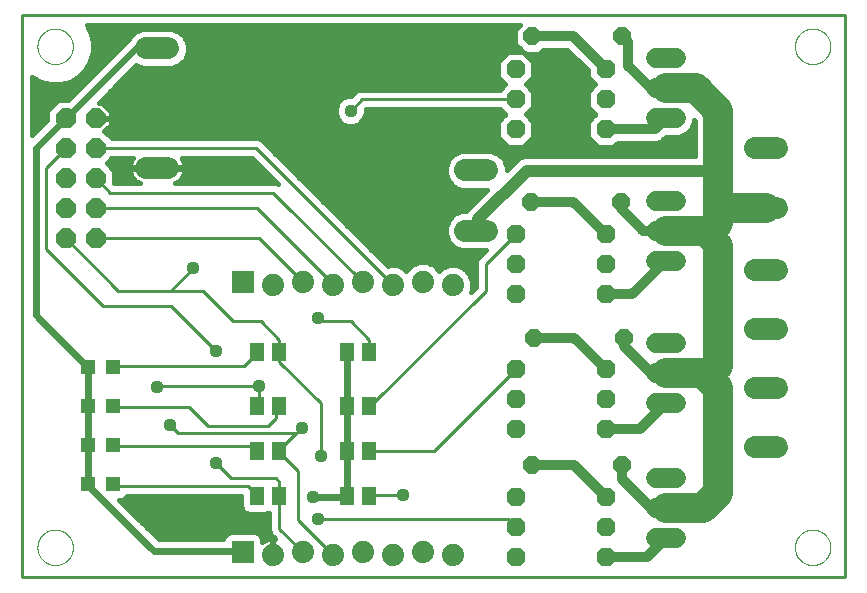
<source format=gtl>
G75*
%MOIN*%
%OFA0B0*%
%FSLAX25Y25*%
%IPPOS*%
%LPD*%
%AMOC8*
5,1,8,0,0,1.08239X$1,22.5*
%
%ADD10C,0.01000*%
%ADD11C,0.07300*%
%ADD12C,0.07400*%
%ADD13C,0.00000*%
%ADD14R,0.07400X0.07400*%
%ADD15C,0.07400*%
%ADD16OC8,0.05800*%
%ADD17R,0.05118X0.05906*%
%ADD18R,0.04724X0.04724*%
%ADD19C,0.06600*%
%ADD20OC8,0.06600*%
%ADD21OC8,0.06300*%
%ADD22C,0.10000*%
%ADD23C,0.08600*%
%ADD24C,0.02400*%
%ADD25C,0.03200*%
%ADD26C,0.04000*%
%ADD27C,0.01600*%
%ADD28C,0.04400*%
D10*
X0039800Y0028800D02*
X0039800Y0216261D01*
X0314001Y0216261D01*
X0314001Y0028800D01*
X0039800Y0028800D01*
X0061800Y0059300D02*
X0061666Y0059800D01*
X0061800Y0059925D01*
X0069934Y0059800D02*
X0070550Y0059300D01*
X0114925Y0059300D01*
X0118050Y0056175D01*
X0118060Y0055800D01*
X0125540Y0055800D02*
X0125550Y0056175D01*
X0125550Y0060550D01*
X0124300Y0061800D01*
X0109300Y0061800D01*
X0104300Y0066800D01*
X0116800Y0072425D02*
X0118050Y0071175D01*
X0118060Y0070800D01*
X0116800Y0072425D02*
X0070550Y0072425D01*
X0069934Y0072800D01*
X0061800Y0073050D02*
X0061666Y0072800D01*
X0061800Y0072425D01*
X0061800Y0085550D02*
X0061666Y0085800D01*
X0061800Y0086175D01*
X0069934Y0085800D02*
X0070550Y0085550D01*
X0095550Y0085550D01*
X0101800Y0079300D01*
X0121800Y0079300D01*
X0124300Y0081800D01*
X0124300Y0084560D01*
X0125540Y0085800D01*
X0125550Y0085550D01*
X0118675Y0086175D02*
X0118060Y0085800D01*
X0118675Y0086175D02*
X0118675Y0092425D01*
X0084625Y0092425D01*
X0084600Y0092400D01*
X0070550Y0099300D02*
X0069934Y0098800D01*
X0070550Y0099300D02*
X0113675Y0099300D01*
X0118050Y0103675D01*
X0118060Y0103800D01*
X0125540Y0103800D02*
X0125540Y0100560D01*
X0139300Y0086800D01*
X0139300Y0069300D01*
X0148050Y0070550D02*
X0148060Y0070800D01*
X0148050Y0071175D01*
X0155540Y0070800D02*
X0176981Y0070800D01*
X0204300Y0098119D01*
X0194300Y0124300D02*
X0194300Y0133119D01*
X0204300Y0143119D01*
X0191879Y0144379D02*
X0191175Y0144925D01*
X0191131Y0144379D01*
X0163050Y0126800D02*
X0163300Y0126300D01*
X0117800Y0171800D01*
X0064300Y0171800D01*
X0054300Y0171800D02*
X0047900Y0165400D01*
X0047900Y0138200D01*
X0066800Y0119300D01*
X0089300Y0119300D01*
X0104300Y0104300D01*
X0110040Y0114300D02*
X0100040Y0124300D01*
X0089300Y0124300D01*
X0071800Y0124300D01*
X0054300Y0141800D01*
X0064300Y0141800D02*
X0118675Y0141800D01*
X0133050Y0127425D01*
X0133300Y0127300D01*
X0143050Y0126800D02*
X0143300Y0126300D01*
X0143050Y0126800D02*
X0118050Y0151800D01*
X0064300Y0151800D01*
X0069200Y0156900D02*
X0064300Y0161800D01*
X0069200Y0156900D02*
X0123500Y0156900D01*
X0126100Y0154300D01*
X0126175Y0154300D01*
X0153050Y0127425D01*
X0153300Y0127300D01*
X0149300Y0114300D02*
X0139425Y0114300D01*
X0138500Y0115225D01*
X0149300Y0114300D02*
X0155550Y0108050D01*
X0155550Y0104300D01*
X0155540Y0103800D01*
X0148060Y0103800D02*
X0148050Y0103675D01*
X0125540Y0103800D02*
X0125540Y0108060D01*
X0119300Y0114300D01*
X0110040Y0114300D01*
X0096800Y0131800D02*
X0089300Y0124300D01*
X0061800Y0098675D02*
X0061666Y0098800D01*
X0061175Y0099300D01*
X0044300Y0116175D02*
X0044300Y0116200D01*
X0088925Y0079600D02*
X0089000Y0079600D01*
X0091800Y0076800D01*
X0131175Y0076800D01*
X0133050Y0078675D01*
X0131175Y0076800D02*
X0125550Y0071175D01*
X0125540Y0070800D01*
X0125550Y0070550D01*
X0131800Y0064300D01*
X0131800Y0047800D01*
X0143300Y0036300D01*
X0143050Y0036800D01*
X0133300Y0037300D02*
X0133050Y0037425D01*
X0125550Y0044925D01*
X0125550Y0055550D01*
X0125540Y0055800D01*
X0138275Y0048275D02*
X0201644Y0048275D01*
X0204300Y0045619D01*
X0166800Y0056175D02*
X0155550Y0056175D01*
X0155540Y0055800D01*
X0148060Y0055800D02*
X0148050Y0055550D01*
X0148060Y0055800D02*
X0148050Y0056175D01*
X0124300Y0039300D02*
X0124300Y0037300D01*
X0123300Y0036300D01*
X0124300Y0039300D02*
X0116800Y0046800D01*
X0103300Y0046800D01*
X0096800Y0053300D01*
X0113050Y0037425D02*
X0113300Y0037300D01*
X0148050Y0085550D02*
X0148060Y0085800D01*
X0148050Y0086175D01*
X0155540Y0085800D02*
X0155800Y0085800D01*
X0194300Y0124300D01*
X0149300Y0184300D02*
X0152981Y0188119D01*
X0204300Y0188119D01*
X0084831Y0205087D02*
X0084300Y0204925D01*
D11*
X0284150Y0171800D02*
X0291450Y0171800D01*
X0291450Y0151800D02*
X0284150Y0151800D01*
X0284050Y0131328D02*
X0291350Y0131328D01*
X0291350Y0111643D02*
X0284050Y0111643D01*
X0284050Y0091957D02*
X0291350Y0091957D01*
X0291350Y0072272D02*
X0284050Y0072272D01*
D12*
X0194831Y0144379D02*
X0187431Y0144379D01*
X0187431Y0164457D02*
X0194831Y0164457D01*
X0088531Y0165245D02*
X0081131Y0165245D01*
X0081131Y0205087D02*
X0088531Y0205087D01*
D13*
X0044894Y0205800D02*
X0044896Y0205953D01*
X0044902Y0206107D01*
X0044912Y0206260D01*
X0044926Y0206412D01*
X0044944Y0206565D01*
X0044966Y0206716D01*
X0044991Y0206867D01*
X0045021Y0207018D01*
X0045055Y0207168D01*
X0045092Y0207316D01*
X0045133Y0207464D01*
X0045178Y0207610D01*
X0045227Y0207756D01*
X0045280Y0207900D01*
X0045336Y0208042D01*
X0045396Y0208183D01*
X0045460Y0208323D01*
X0045527Y0208461D01*
X0045598Y0208597D01*
X0045673Y0208731D01*
X0045750Y0208863D01*
X0045832Y0208993D01*
X0045916Y0209121D01*
X0046004Y0209247D01*
X0046095Y0209370D01*
X0046189Y0209491D01*
X0046287Y0209609D01*
X0046387Y0209725D01*
X0046491Y0209838D01*
X0046597Y0209949D01*
X0046706Y0210057D01*
X0046818Y0210162D01*
X0046932Y0210263D01*
X0047050Y0210362D01*
X0047169Y0210458D01*
X0047291Y0210551D01*
X0047416Y0210640D01*
X0047543Y0210727D01*
X0047672Y0210809D01*
X0047803Y0210889D01*
X0047936Y0210965D01*
X0048071Y0211038D01*
X0048208Y0211107D01*
X0048347Y0211172D01*
X0048487Y0211234D01*
X0048629Y0211292D01*
X0048772Y0211347D01*
X0048917Y0211398D01*
X0049063Y0211445D01*
X0049210Y0211488D01*
X0049358Y0211527D01*
X0049507Y0211563D01*
X0049657Y0211594D01*
X0049808Y0211622D01*
X0049959Y0211646D01*
X0050112Y0211666D01*
X0050264Y0211682D01*
X0050417Y0211694D01*
X0050570Y0211702D01*
X0050723Y0211706D01*
X0050877Y0211706D01*
X0051030Y0211702D01*
X0051183Y0211694D01*
X0051336Y0211682D01*
X0051488Y0211666D01*
X0051641Y0211646D01*
X0051792Y0211622D01*
X0051943Y0211594D01*
X0052093Y0211563D01*
X0052242Y0211527D01*
X0052390Y0211488D01*
X0052537Y0211445D01*
X0052683Y0211398D01*
X0052828Y0211347D01*
X0052971Y0211292D01*
X0053113Y0211234D01*
X0053253Y0211172D01*
X0053392Y0211107D01*
X0053529Y0211038D01*
X0053664Y0210965D01*
X0053797Y0210889D01*
X0053928Y0210809D01*
X0054057Y0210727D01*
X0054184Y0210640D01*
X0054309Y0210551D01*
X0054431Y0210458D01*
X0054550Y0210362D01*
X0054668Y0210263D01*
X0054782Y0210162D01*
X0054894Y0210057D01*
X0055003Y0209949D01*
X0055109Y0209838D01*
X0055213Y0209725D01*
X0055313Y0209609D01*
X0055411Y0209491D01*
X0055505Y0209370D01*
X0055596Y0209247D01*
X0055684Y0209121D01*
X0055768Y0208993D01*
X0055850Y0208863D01*
X0055927Y0208731D01*
X0056002Y0208597D01*
X0056073Y0208461D01*
X0056140Y0208323D01*
X0056204Y0208183D01*
X0056264Y0208042D01*
X0056320Y0207900D01*
X0056373Y0207756D01*
X0056422Y0207610D01*
X0056467Y0207464D01*
X0056508Y0207316D01*
X0056545Y0207168D01*
X0056579Y0207018D01*
X0056609Y0206867D01*
X0056634Y0206716D01*
X0056656Y0206565D01*
X0056674Y0206412D01*
X0056688Y0206260D01*
X0056698Y0206107D01*
X0056704Y0205953D01*
X0056706Y0205800D01*
X0056704Y0205647D01*
X0056698Y0205493D01*
X0056688Y0205340D01*
X0056674Y0205188D01*
X0056656Y0205035D01*
X0056634Y0204884D01*
X0056609Y0204733D01*
X0056579Y0204582D01*
X0056545Y0204432D01*
X0056508Y0204284D01*
X0056467Y0204136D01*
X0056422Y0203990D01*
X0056373Y0203844D01*
X0056320Y0203700D01*
X0056264Y0203558D01*
X0056204Y0203417D01*
X0056140Y0203277D01*
X0056073Y0203139D01*
X0056002Y0203003D01*
X0055927Y0202869D01*
X0055850Y0202737D01*
X0055768Y0202607D01*
X0055684Y0202479D01*
X0055596Y0202353D01*
X0055505Y0202230D01*
X0055411Y0202109D01*
X0055313Y0201991D01*
X0055213Y0201875D01*
X0055109Y0201762D01*
X0055003Y0201651D01*
X0054894Y0201543D01*
X0054782Y0201438D01*
X0054668Y0201337D01*
X0054550Y0201238D01*
X0054431Y0201142D01*
X0054309Y0201049D01*
X0054184Y0200960D01*
X0054057Y0200873D01*
X0053928Y0200791D01*
X0053797Y0200711D01*
X0053664Y0200635D01*
X0053529Y0200562D01*
X0053392Y0200493D01*
X0053253Y0200428D01*
X0053113Y0200366D01*
X0052971Y0200308D01*
X0052828Y0200253D01*
X0052683Y0200202D01*
X0052537Y0200155D01*
X0052390Y0200112D01*
X0052242Y0200073D01*
X0052093Y0200037D01*
X0051943Y0200006D01*
X0051792Y0199978D01*
X0051641Y0199954D01*
X0051488Y0199934D01*
X0051336Y0199918D01*
X0051183Y0199906D01*
X0051030Y0199898D01*
X0050877Y0199894D01*
X0050723Y0199894D01*
X0050570Y0199898D01*
X0050417Y0199906D01*
X0050264Y0199918D01*
X0050112Y0199934D01*
X0049959Y0199954D01*
X0049808Y0199978D01*
X0049657Y0200006D01*
X0049507Y0200037D01*
X0049358Y0200073D01*
X0049210Y0200112D01*
X0049063Y0200155D01*
X0048917Y0200202D01*
X0048772Y0200253D01*
X0048629Y0200308D01*
X0048487Y0200366D01*
X0048347Y0200428D01*
X0048208Y0200493D01*
X0048071Y0200562D01*
X0047936Y0200635D01*
X0047803Y0200711D01*
X0047672Y0200791D01*
X0047543Y0200873D01*
X0047416Y0200960D01*
X0047291Y0201049D01*
X0047169Y0201142D01*
X0047050Y0201238D01*
X0046932Y0201337D01*
X0046818Y0201438D01*
X0046706Y0201543D01*
X0046597Y0201651D01*
X0046491Y0201762D01*
X0046387Y0201875D01*
X0046287Y0201991D01*
X0046189Y0202109D01*
X0046095Y0202230D01*
X0046004Y0202353D01*
X0045916Y0202479D01*
X0045832Y0202607D01*
X0045750Y0202737D01*
X0045673Y0202869D01*
X0045598Y0203003D01*
X0045527Y0203139D01*
X0045460Y0203277D01*
X0045396Y0203417D01*
X0045336Y0203558D01*
X0045280Y0203700D01*
X0045227Y0203844D01*
X0045178Y0203990D01*
X0045133Y0204136D01*
X0045092Y0204284D01*
X0045055Y0204432D01*
X0045021Y0204582D01*
X0044991Y0204733D01*
X0044966Y0204884D01*
X0044944Y0205035D01*
X0044926Y0205188D01*
X0044912Y0205340D01*
X0044902Y0205493D01*
X0044896Y0205647D01*
X0044894Y0205800D01*
X0297394Y0205800D02*
X0297396Y0205953D01*
X0297402Y0206107D01*
X0297412Y0206260D01*
X0297426Y0206412D01*
X0297444Y0206565D01*
X0297466Y0206716D01*
X0297491Y0206867D01*
X0297521Y0207018D01*
X0297555Y0207168D01*
X0297592Y0207316D01*
X0297633Y0207464D01*
X0297678Y0207610D01*
X0297727Y0207756D01*
X0297780Y0207900D01*
X0297836Y0208042D01*
X0297896Y0208183D01*
X0297960Y0208323D01*
X0298027Y0208461D01*
X0298098Y0208597D01*
X0298173Y0208731D01*
X0298250Y0208863D01*
X0298332Y0208993D01*
X0298416Y0209121D01*
X0298504Y0209247D01*
X0298595Y0209370D01*
X0298689Y0209491D01*
X0298787Y0209609D01*
X0298887Y0209725D01*
X0298991Y0209838D01*
X0299097Y0209949D01*
X0299206Y0210057D01*
X0299318Y0210162D01*
X0299432Y0210263D01*
X0299550Y0210362D01*
X0299669Y0210458D01*
X0299791Y0210551D01*
X0299916Y0210640D01*
X0300043Y0210727D01*
X0300172Y0210809D01*
X0300303Y0210889D01*
X0300436Y0210965D01*
X0300571Y0211038D01*
X0300708Y0211107D01*
X0300847Y0211172D01*
X0300987Y0211234D01*
X0301129Y0211292D01*
X0301272Y0211347D01*
X0301417Y0211398D01*
X0301563Y0211445D01*
X0301710Y0211488D01*
X0301858Y0211527D01*
X0302007Y0211563D01*
X0302157Y0211594D01*
X0302308Y0211622D01*
X0302459Y0211646D01*
X0302612Y0211666D01*
X0302764Y0211682D01*
X0302917Y0211694D01*
X0303070Y0211702D01*
X0303223Y0211706D01*
X0303377Y0211706D01*
X0303530Y0211702D01*
X0303683Y0211694D01*
X0303836Y0211682D01*
X0303988Y0211666D01*
X0304141Y0211646D01*
X0304292Y0211622D01*
X0304443Y0211594D01*
X0304593Y0211563D01*
X0304742Y0211527D01*
X0304890Y0211488D01*
X0305037Y0211445D01*
X0305183Y0211398D01*
X0305328Y0211347D01*
X0305471Y0211292D01*
X0305613Y0211234D01*
X0305753Y0211172D01*
X0305892Y0211107D01*
X0306029Y0211038D01*
X0306164Y0210965D01*
X0306297Y0210889D01*
X0306428Y0210809D01*
X0306557Y0210727D01*
X0306684Y0210640D01*
X0306809Y0210551D01*
X0306931Y0210458D01*
X0307050Y0210362D01*
X0307168Y0210263D01*
X0307282Y0210162D01*
X0307394Y0210057D01*
X0307503Y0209949D01*
X0307609Y0209838D01*
X0307713Y0209725D01*
X0307813Y0209609D01*
X0307911Y0209491D01*
X0308005Y0209370D01*
X0308096Y0209247D01*
X0308184Y0209121D01*
X0308268Y0208993D01*
X0308350Y0208863D01*
X0308427Y0208731D01*
X0308502Y0208597D01*
X0308573Y0208461D01*
X0308640Y0208323D01*
X0308704Y0208183D01*
X0308764Y0208042D01*
X0308820Y0207900D01*
X0308873Y0207756D01*
X0308922Y0207610D01*
X0308967Y0207464D01*
X0309008Y0207316D01*
X0309045Y0207168D01*
X0309079Y0207018D01*
X0309109Y0206867D01*
X0309134Y0206716D01*
X0309156Y0206565D01*
X0309174Y0206412D01*
X0309188Y0206260D01*
X0309198Y0206107D01*
X0309204Y0205953D01*
X0309206Y0205800D01*
X0309204Y0205647D01*
X0309198Y0205493D01*
X0309188Y0205340D01*
X0309174Y0205188D01*
X0309156Y0205035D01*
X0309134Y0204884D01*
X0309109Y0204733D01*
X0309079Y0204582D01*
X0309045Y0204432D01*
X0309008Y0204284D01*
X0308967Y0204136D01*
X0308922Y0203990D01*
X0308873Y0203844D01*
X0308820Y0203700D01*
X0308764Y0203558D01*
X0308704Y0203417D01*
X0308640Y0203277D01*
X0308573Y0203139D01*
X0308502Y0203003D01*
X0308427Y0202869D01*
X0308350Y0202737D01*
X0308268Y0202607D01*
X0308184Y0202479D01*
X0308096Y0202353D01*
X0308005Y0202230D01*
X0307911Y0202109D01*
X0307813Y0201991D01*
X0307713Y0201875D01*
X0307609Y0201762D01*
X0307503Y0201651D01*
X0307394Y0201543D01*
X0307282Y0201438D01*
X0307168Y0201337D01*
X0307050Y0201238D01*
X0306931Y0201142D01*
X0306809Y0201049D01*
X0306684Y0200960D01*
X0306557Y0200873D01*
X0306428Y0200791D01*
X0306297Y0200711D01*
X0306164Y0200635D01*
X0306029Y0200562D01*
X0305892Y0200493D01*
X0305753Y0200428D01*
X0305613Y0200366D01*
X0305471Y0200308D01*
X0305328Y0200253D01*
X0305183Y0200202D01*
X0305037Y0200155D01*
X0304890Y0200112D01*
X0304742Y0200073D01*
X0304593Y0200037D01*
X0304443Y0200006D01*
X0304292Y0199978D01*
X0304141Y0199954D01*
X0303988Y0199934D01*
X0303836Y0199918D01*
X0303683Y0199906D01*
X0303530Y0199898D01*
X0303377Y0199894D01*
X0303223Y0199894D01*
X0303070Y0199898D01*
X0302917Y0199906D01*
X0302764Y0199918D01*
X0302612Y0199934D01*
X0302459Y0199954D01*
X0302308Y0199978D01*
X0302157Y0200006D01*
X0302007Y0200037D01*
X0301858Y0200073D01*
X0301710Y0200112D01*
X0301563Y0200155D01*
X0301417Y0200202D01*
X0301272Y0200253D01*
X0301129Y0200308D01*
X0300987Y0200366D01*
X0300847Y0200428D01*
X0300708Y0200493D01*
X0300571Y0200562D01*
X0300436Y0200635D01*
X0300303Y0200711D01*
X0300172Y0200791D01*
X0300043Y0200873D01*
X0299916Y0200960D01*
X0299791Y0201049D01*
X0299669Y0201142D01*
X0299550Y0201238D01*
X0299432Y0201337D01*
X0299318Y0201438D01*
X0299206Y0201543D01*
X0299097Y0201651D01*
X0298991Y0201762D01*
X0298887Y0201875D01*
X0298787Y0201991D01*
X0298689Y0202109D01*
X0298595Y0202230D01*
X0298504Y0202353D01*
X0298416Y0202479D01*
X0298332Y0202607D01*
X0298250Y0202737D01*
X0298173Y0202869D01*
X0298098Y0203003D01*
X0298027Y0203139D01*
X0297960Y0203277D01*
X0297896Y0203417D01*
X0297836Y0203558D01*
X0297780Y0203700D01*
X0297727Y0203844D01*
X0297678Y0203990D01*
X0297633Y0204136D01*
X0297592Y0204284D01*
X0297555Y0204432D01*
X0297521Y0204582D01*
X0297491Y0204733D01*
X0297466Y0204884D01*
X0297444Y0205035D01*
X0297426Y0205188D01*
X0297412Y0205340D01*
X0297402Y0205493D01*
X0297396Y0205647D01*
X0297394Y0205800D01*
X0297394Y0038800D02*
X0297396Y0038953D01*
X0297402Y0039107D01*
X0297412Y0039260D01*
X0297426Y0039412D01*
X0297444Y0039565D01*
X0297466Y0039716D01*
X0297491Y0039867D01*
X0297521Y0040018D01*
X0297555Y0040168D01*
X0297592Y0040316D01*
X0297633Y0040464D01*
X0297678Y0040610D01*
X0297727Y0040756D01*
X0297780Y0040900D01*
X0297836Y0041042D01*
X0297896Y0041183D01*
X0297960Y0041323D01*
X0298027Y0041461D01*
X0298098Y0041597D01*
X0298173Y0041731D01*
X0298250Y0041863D01*
X0298332Y0041993D01*
X0298416Y0042121D01*
X0298504Y0042247D01*
X0298595Y0042370D01*
X0298689Y0042491D01*
X0298787Y0042609D01*
X0298887Y0042725D01*
X0298991Y0042838D01*
X0299097Y0042949D01*
X0299206Y0043057D01*
X0299318Y0043162D01*
X0299432Y0043263D01*
X0299550Y0043362D01*
X0299669Y0043458D01*
X0299791Y0043551D01*
X0299916Y0043640D01*
X0300043Y0043727D01*
X0300172Y0043809D01*
X0300303Y0043889D01*
X0300436Y0043965D01*
X0300571Y0044038D01*
X0300708Y0044107D01*
X0300847Y0044172D01*
X0300987Y0044234D01*
X0301129Y0044292D01*
X0301272Y0044347D01*
X0301417Y0044398D01*
X0301563Y0044445D01*
X0301710Y0044488D01*
X0301858Y0044527D01*
X0302007Y0044563D01*
X0302157Y0044594D01*
X0302308Y0044622D01*
X0302459Y0044646D01*
X0302612Y0044666D01*
X0302764Y0044682D01*
X0302917Y0044694D01*
X0303070Y0044702D01*
X0303223Y0044706D01*
X0303377Y0044706D01*
X0303530Y0044702D01*
X0303683Y0044694D01*
X0303836Y0044682D01*
X0303988Y0044666D01*
X0304141Y0044646D01*
X0304292Y0044622D01*
X0304443Y0044594D01*
X0304593Y0044563D01*
X0304742Y0044527D01*
X0304890Y0044488D01*
X0305037Y0044445D01*
X0305183Y0044398D01*
X0305328Y0044347D01*
X0305471Y0044292D01*
X0305613Y0044234D01*
X0305753Y0044172D01*
X0305892Y0044107D01*
X0306029Y0044038D01*
X0306164Y0043965D01*
X0306297Y0043889D01*
X0306428Y0043809D01*
X0306557Y0043727D01*
X0306684Y0043640D01*
X0306809Y0043551D01*
X0306931Y0043458D01*
X0307050Y0043362D01*
X0307168Y0043263D01*
X0307282Y0043162D01*
X0307394Y0043057D01*
X0307503Y0042949D01*
X0307609Y0042838D01*
X0307713Y0042725D01*
X0307813Y0042609D01*
X0307911Y0042491D01*
X0308005Y0042370D01*
X0308096Y0042247D01*
X0308184Y0042121D01*
X0308268Y0041993D01*
X0308350Y0041863D01*
X0308427Y0041731D01*
X0308502Y0041597D01*
X0308573Y0041461D01*
X0308640Y0041323D01*
X0308704Y0041183D01*
X0308764Y0041042D01*
X0308820Y0040900D01*
X0308873Y0040756D01*
X0308922Y0040610D01*
X0308967Y0040464D01*
X0309008Y0040316D01*
X0309045Y0040168D01*
X0309079Y0040018D01*
X0309109Y0039867D01*
X0309134Y0039716D01*
X0309156Y0039565D01*
X0309174Y0039412D01*
X0309188Y0039260D01*
X0309198Y0039107D01*
X0309204Y0038953D01*
X0309206Y0038800D01*
X0309204Y0038647D01*
X0309198Y0038493D01*
X0309188Y0038340D01*
X0309174Y0038188D01*
X0309156Y0038035D01*
X0309134Y0037884D01*
X0309109Y0037733D01*
X0309079Y0037582D01*
X0309045Y0037432D01*
X0309008Y0037284D01*
X0308967Y0037136D01*
X0308922Y0036990D01*
X0308873Y0036844D01*
X0308820Y0036700D01*
X0308764Y0036558D01*
X0308704Y0036417D01*
X0308640Y0036277D01*
X0308573Y0036139D01*
X0308502Y0036003D01*
X0308427Y0035869D01*
X0308350Y0035737D01*
X0308268Y0035607D01*
X0308184Y0035479D01*
X0308096Y0035353D01*
X0308005Y0035230D01*
X0307911Y0035109D01*
X0307813Y0034991D01*
X0307713Y0034875D01*
X0307609Y0034762D01*
X0307503Y0034651D01*
X0307394Y0034543D01*
X0307282Y0034438D01*
X0307168Y0034337D01*
X0307050Y0034238D01*
X0306931Y0034142D01*
X0306809Y0034049D01*
X0306684Y0033960D01*
X0306557Y0033873D01*
X0306428Y0033791D01*
X0306297Y0033711D01*
X0306164Y0033635D01*
X0306029Y0033562D01*
X0305892Y0033493D01*
X0305753Y0033428D01*
X0305613Y0033366D01*
X0305471Y0033308D01*
X0305328Y0033253D01*
X0305183Y0033202D01*
X0305037Y0033155D01*
X0304890Y0033112D01*
X0304742Y0033073D01*
X0304593Y0033037D01*
X0304443Y0033006D01*
X0304292Y0032978D01*
X0304141Y0032954D01*
X0303988Y0032934D01*
X0303836Y0032918D01*
X0303683Y0032906D01*
X0303530Y0032898D01*
X0303377Y0032894D01*
X0303223Y0032894D01*
X0303070Y0032898D01*
X0302917Y0032906D01*
X0302764Y0032918D01*
X0302612Y0032934D01*
X0302459Y0032954D01*
X0302308Y0032978D01*
X0302157Y0033006D01*
X0302007Y0033037D01*
X0301858Y0033073D01*
X0301710Y0033112D01*
X0301563Y0033155D01*
X0301417Y0033202D01*
X0301272Y0033253D01*
X0301129Y0033308D01*
X0300987Y0033366D01*
X0300847Y0033428D01*
X0300708Y0033493D01*
X0300571Y0033562D01*
X0300436Y0033635D01*
X0300303Y0033711D01*
X0300172Y0033791D01*
X0300043Y0033873D01*
X0299916Y0033960D01*
X0299791Y0034049D01*
X0299669Y0034142D01*
X0299550Y0034238D01*
X0299432Y0034337D01*
X0299318Y0034438D01*
X0299206Y0034543D01*
X0299097Y0034651D01*
X0298991Y0034762D01*
X0298887Y0034875D01*
X0298787Y0034991D01*
X0298689Y0035109D01*
X0298595Y0035230D01*
X0298504Y0035353D01*
X0298416Y0035479D01*
X0298332Y0035607D01*
X0298250Y0035737D01*
X0298173Y0035869D01*
X0298098Y0036003D01*
X0298027Y0036139D01*
X0297960Y0036277D01*
X0297896Y0036417D01*
X0297836Y0036558D01*
X0297780Y0036700D01*
X0297727Y0036844D01*
X0297678Y0036990D01*
X0297633Y0037136D01*
X0297592Y0037284D01*
X0297555Y0037432D01*
X0297521Y0037582D01*
X0297491Y0037733D01*
X0297466Y0037884D01*
X0297444Y0038035D01*
X0297426Y0038188D01*
X0297412Y0038340D01*
X0297402Y0038493D01*
X0297396Y0038647D01*
X0297394Y0038800D01*
X0044894Y0038800D02*
X0044896Y0038953D01*
X0044902Y0039107D01*
X0044912Y0039260D01*
X0044926Y0039412D01*
X0044944Y0039565D01*
X0044966Y0039716D01*
X0044991Y0039867D01*
X0045021Y0040018D01*
X0045055Y0040168D01*
X0045092Y0040316D01*
X0045133Y0040464D01*
X0045178Y0040610D01*
X0045227Y0040756D01*
X0045280Y0040900D01*
X0045336Y0041042D01*
X0045396Y0041183D01*
X0045460Y0041323D01*
X0045527Y0041461D01*
X0045598Y0041597D01*
X0045673Y0041731D01*
X0045750Y0041863D01*
X0045832Y0041993D01*
X0045916Y0042121D01*
X0046004Y0042247D01*
X0046095Y0042370D01*
X0046189Y0042491D01*
X0046287Y0042609D01*
X0046387Y0042725D01*
X0046491Y0042838D01*
X0046597Y0042949D01*
X0046706Y0043057D01*
X0046818Y0043162D01*
X0046932Y0043263D01*
X0047050Y0043362D01*
X0047169Y0043458D01*
X0047291Y0043551D01*
X0047416Y0043640D01*
X0047543Y0043727D01*
X0047672Y0043809D01*
X0047803Y0043889D01*
X0047936Y0043965D01*
X0048071Y0044038D01*
X0048208Y0044107D01*
X0048347Y0044172D01*
X0048487Y0044234D01*
X0048629Y0044292D01*
X0048772Y0044347D01*
X0048917Y0044398D01*
X0049063Y0044445D01*
X0049210Y0044488D01*
X0049358Y0044527D01*
X0049507Y0044563D01*
X0049657Y0044594D01*
X0049808Y0044622D01*
X0049959Y0044646D01*
X0050112Y0044666D01*
X0050264Y0044682D01*
X0050417Y0044694D01*
X0050570Y0044702D01*
X0050723Y0044706D01*
X0050877Y0044706D01*
X0051030Y0044702D01*
X0051183Y0044694D01*
X0051336Y0044682D01*
X0051488Y0044666D01*
X0051641Y0044646D01*
X0051792Y0044622D01*
X0051943Y0044594D01*
X0052093Y0044563D01*
X0052242Y0044527D01*
X0052390Y0044488D01*
X0052537Y0044445D01*
X0052683Y0044398D01*
X0052828Y0044347D01*
X0052971Y0044292D01*
X0053113Y0044234D01*
X0053253Y0044172D01*
X0053392Y0044107D01*
X0053529Y0044038D01*
X0053664Y0043965D01*
X0053797Y0043889D01*
X0053928Y0043809D01*
X0054057Y0043727D01*
X0054184Y0043640D01*
X0054309Y0043551D01*
X0054431Y0043458D01*
X0054550Y0043362D01*
X0054668Y0043263D01*
X0054782Y0043162D01*
X0054894Y0043057D01*
X0055003Y0042949D01*
X0055109Y0042838D01*
X0055213Y0042725D01*
X0055313Y0042609D01*
X0055411Y0042491D01*
X0055505Y0042370D01*
X0055596Y0042247D01*
X0055684Y0042121D01*
X0055768Y0041993D01*
X0055850Y0041863D01*
X0055927Y0041731D01*
X0056002Y0041597D01*
X0056073Y0041461D01*
X0056140Y0041323D01*
X0056204Y0041183D01*
X0056264Y0041042D01*
X0056320Y0040900D01*
X0056373Y0040756D01*
X0056422Y0040610D01*
X0056467Y0040464D01*
X0056508Y0040316D01*
X0056545Y0040168D01*
X0056579Y0040018D01*
X0056609Y0039867D01*
X0056634Y0039716D01*
X0056656Y0039565D01*
X0056674Y0039412D01*
X0056688Y0039260D01*
X0056698Y0039107D01*
X0056704Y0038953D01*
X0056706Y0038800D01*
X0056704Y0038647D01*
X0056698Y0038493D01*
X0056688Y0038340D01*
X0056674Y0038188D01*
X0056656Y0038035D01*
X0056634Y0037884D01*
X0056609Y0037733D01*
X0056579Y0037582D01*
X0056545Y0037432D01*
X0056508Y0037284D01*
X0056467Y0037136D01*
X0056422Y0036990D01*
X0056373Y0036844D01*
X0056320Y0036700D01*
X0056264Y0036558D01*
X0056204Y0036417D01*
X0056140Y0036277D01*
X0056073Y0036139D01*
X0056002Y0036003D01*
X0055927Y0035869D01*
X0055850Y0035737D01*
X0055768Y0035607D01*
X0055684Y0035479D01*
X0055596Y0035353D01*
X0055505Y0035230D01*
X0055411Y0035109D01*
X0055313Y0034991D01*
X0055213Y0034875D01*
X0055109Y0034762D01*
X0055003Y0034651D01*
X0054894Y0034543D01*
X0054782Y0034438D01*
X0054668Y0034337D01*
X0054550Y0034238D01*
X0054431Y0034142D01*
X0054309Y0034049D01*
X0054184Y0033960D01*
X0054057Y0033873D01*
X0053928Y0033791D01*
X0053797Y0033711D01*
X0053664Y0033635D01*
X0053529Y0033562D01*
X0053392Y0033493D01*
X0053253Y0033428D01*
X0053113Y0033366D01*
X0052971Y0033308D01*
X0052828Y0033253D01*
X0052683Y0033202D01*
X0052537Y0033155D01*
X0052390Y0033112D01*
X0052242Y0033073D01*
X0052093Y0033037D01*
X0051943Y0033006D01*
X0051792Y0032978D01*
X0051641Y0032954D01*
X0051488Y0032934D01*
X0051336Y0032918D01*
X0051183Y0032906D01*
X0051030Y0032898D01*
X0050877Y0032894D01*
X0050723Y0032894D01*
X0050570Y0032898D01*
X0050417Y0032906D01*
X0050264Y0032918D01*
X0050112Y0032934D01*
X0049959Y0032954D01*
X0049808Y0032978D01*
X0049657Y0033006D01*
X0049507Y0033037D01*
X0049358Y0033073D01*
X0049210Y0033112D01*
X0049063Y0033155D01*
X0048917Y0033202D01*
X0048772Y0033253D01*
X0048629Y0033308D01*
X0048487Y0033366D01*
X0048347Y0033428D01*
X0048208Y0033493D01*
X0048071Y0033562D01*
X0047936Y0033635D01*
X0047803Y0033711D01*
X0047672Y0033791D01*
X0047543Y0033873D01*
X0047416Y0033960D01*
X0047291Y0034049D01*
X0047169Y0034142D01*
X0047050Y0034238D01*
X0046932Y0034337D01*
X0046818Y0034438D01*
X0046706Y0034543D01*
X0046597Y0034651D01*
X0046491Y0034762D01*
X0046387Y0034875D01*
X0046287Y0034991D01*
X0046189Y0035109D01*
X0046095Y0035230D01*
X0046004Y0035353D01*
X0045916Y0035479D01*
X0045832Y0035607D01*
X0045750Y0035737D01*
X0045673Y0035869D01*
X0045598Y0036003D01*
X0045527Y0036139D01*
X0045460Y0036277D01*
X0045396Y0036417D01*
X0045336Y0036558D01*
X0045280Y0036700D01*
X0045227Y0036844D01*
X0045178Y0036990D01*
X0045133Y0037136D01*
X0045092Y0037284D01*
X0045055Y0037432D01*
X0045021Y0037582D01*
X0044991Y0037733D01*
X0044966Y0037884D01*
X0044944Y0038035D01*
X0044926Y0038188D01*
X0044912Y0038340D01*
X0044902Y0038493D01*
X0044896Y0038647D01*
X0044894Y0038800D01*
D14*
X0113300Y0037300D03*
X0113300Y0127300D03*
D15*
X0123300Y0126300D03*
X0133300Y0127300D03*
X0143300Y0126300D03*
X0153300Y0127300D03*
X0163300Y0126300D03*
X0173300Y0127300D03*
X0183300Y0126300D03*
X0173300Y0037300D03*
X0183300Y0036300D03*
X0163300Y0036300D03*
X0153300Y0037300D03*
X0143300Y0036300D03*
X0133300Y0037300D03*
X0123300Y0036300D03*
D16*
X0209600Y0066300D03*
X0239600Y0066300D03*
X0240300Y0108700D03*
X0210300Y0108700D03*
X0209300Y0153900D03*
X0239300Y0153900D03*
X0239900Y0209100D03*
X0209900Y0209100D03*
D17*
X0155540Y0103800D03*
X0148060Y0103800D03*
X0125540Y0103800D03*
X0118060Y0103800D03*
X0118060Y0085800D03*
X0125540Y0085800D03*
X0125540Y0070800D03*
X0118060Y0070800D03*
X0118060Y0055800D03*
X0125540Y0055800D03*
X0148060Y0055800D03*
X0155540Y0055800D03*
X0155540Y0070800D03*
X0148060Y0070800D03*
X0148060Y0085800D03*
X0155540Y0085800D03*
D18*
X0069934Y0085800D03*
X0061666Y0085800D03*
X0061666Y0072800D03*
X0069934Y0072800D03*
X0069934Y0059800D03*
X0061666Y0059800D03*
X0061666Y0098800D03*
X0069934Y0098800D03*
D19*
X0251000Y0096800D02*
X0257600Y0096800D01*
X0257600Y0086800D02*
X0251000Y0086800D01*
X0251000Y0106800D02*
X0257600Y0106800D01*
X0257600Y0134300D02*
X0251000Y0134300D01*
X0251000Y0144300D02*
X0257600Y0144300D01*
X0257600Y0154300D02*
X0251000Y0154300D01*
X0251000Y0181800D02*
X0257600Y0181800D01*
X0257600Y0191800D02*
X0251000Y0191800D01*
X0251000Y0201800D02*
X0257600Y0201800D01*
X0257600Y0061800D02*
X0251000Y0061800D01*
X0251000Y0051800D02*
X0257600Y0051800D01*
X0257600Y0041800D02*
X0251000Y0041800D01*
D20*
X0064300Y0141800D03*
X0054300Y0141800D03*
X0054300Y0151800D03*
X0064300Y0151800D03*
X0064300Y0161800D03*
X0054300Y0161800D03*
X0054300Y0171800D03*
X0064300Y0171800D03*
X0064300Y0181800D03*
X0054300Y0181800D03*
D21*
X0204300Y0178119D03*
X0204300Y0188119D03*
X0204300Y0198119D03*
X0234300Y0198119D03*
X0234300Y0188119D03*
X0234300Y0178119D03*
X0234300Y0143119D03*
X0234300Y0133119D03*
X0234300Y0123119D03*
X0204300Y0123119D03*
X0204300Y0133119D03*
X0204300Y0143119D03*
X0204300Y0098119D03*
X0204300Y0088119D03*
X0204300Y0078119D03*
X0234300Y0078119D03*
X0234300Y0088119D03*
X0234300Y0098119D03*
X0234300Y0055619D03*
X0234300Y0045619D03*
X0234300Y0035619D03*
X0204300Y0035619D03*
X0204300Y0045619D03*
X0204300Y0055619D03*
D22*
X0254300Y0051800D02*
X0266800Y0051800D01*
X0271800Y0056800D01*
X0271800Y0091800D01*
X0266800Y0096800D01*
X0254300Y0096800D01*
X0271800Y0099300D02*
X0271800Y0139300D01*
X0269300Y0144300D02*
X0271800Y0146800D01*
X0271800Y0151800D01*
X0287800Y0151800D01*
X0271800Y0151800D02*
X0271800Y0164300D01*
X0271800Y0184300D01*
X0264300Y0191800D01*
X0254300Y0191800D01*
X0254300Y0144300D02*
X0266800Y0144300D01*
D23*
X0269300Y0144300D01*
X0266800Y0144300D02*
X0271800Y0139300D01*
X0271800Y0099300D02*
X0269300Y0096800D01*
X0254300Y0096800D01*
D24*
X0249300Y0096800D01*
X0249300Y0051800D02*
X0254300Y0051800D01*
X0148050Y0055550D02*
X0136800Y0055550D01*
X0148050Y0056175D02*
X0148050Y0070550D01*
X0148050Y0071175D02*
X0148050Y0085550D01*
X0148050Y0086175D02*
X0148050Y0103675D01*
X0061800Y0098675D02*
X0061800Y0086175D01*
X0061800Y0085550D02*
X0061800Y0073050D01*
X0061800Y0072425D02*
X0061800Y0059925D01*
X0061800Y0059300D02*
X0083675Y0037425D01*
X0113050Y0037425D01*
X0061175Y0099300D02*
X0044300Y0116175D01*
X0044300Y0116200D02*
X0044300Y0171800D01*
X0054300Y0181800D01*
X0054500Y0181800D01*
X0077800Y0205100D01*
X0084819Y0205100D01*
X0084831Y0205087D01*
X0249300Y0191800D02*
X0254300Y0191800D01*
X0254300Y0181800D02*
X0253119Y0180619D01*
D25*
X0254300Y0181800D02*
X0250619Y0178119D01*
X0234300Y0178119D01*
X0249300Y0191800D02*
X0241800Y0199300D01*
X0241800Y0207200D01*
X0239900Y0209100D01*
X0234300Y0198119D02*
X0223319Y0209100D01*
X0209900Y0209100D01*
X0209300Y0153900D02*
X0223519Y0153900D01*
X0234300Y0143119D01*
X0239300Y0151800D02*
X0246800Y0144300D01*
X0254300Y0144300D01*
X0254300Y0134300D02*
X0243119Y0123119D01*
X0234300Y0123119D01*
X0240300Y0108700D02*
X0240300Y0105800D01*
X0249300Y0096800D01*
X0234300Y0098119D02*
X0223719Y0108700D01*
X0210300Y0108700D01*
X0245619Y0078119D02*
X0254300Y0086800D01*
X0245619Y0078119D02*
X0234300Y0078119D01*
X0239600Y0066300D02*
X0239600Y0061500D01*
X0249300Y0051800D01*
X0234300Y0055619D02*
X0223619Y0066300D01*
X0209600Y0066300D01*
X0248119Y0035619D02*
X0254300Y0041800D01*
X0248119Y0035619D02*
X0234300Y0035619D01*
X0239300Y0151800D02*
X0239300Y0153900D01*
D26*
X0208000Y0164400D02*
X0271700Y0164400D01*
X0271800Y0164300D01*
X0208000Y0164400D02*
X0191879Y0148279D01*
X0191879Y0144379D01*
D27*
X0187760Y0150879D02*
X0186138Y0150879D01*
X0183749Y0149889D01*
X0181920Y0148061D01*
X0180931Y0145672D01*
X0180931Y0143086D01*
X0181920Y0140697D01*
X0183749Y0138868D01*
X0186138Y0137879D01*
X0194393Y0137879D01*
X0191502Y0134988D01*
X0191000Y0133775D01*
X0191000Y0125667D01*
X0189418Y0124085D01*
X0189800Y0125007D01*
X0189800Y0127593D01*
X0188810Y0129982D01*
X0186982Y0131810D01*
X0184593Y0132800D01*
X0182007Y0132800D01*
X0179618Y0131810D01*
X0178800Y0130992D01*
X0176982Y0132810D01*
X0174593Y0133800D01*
X0172007Y0133800D01*
X0169618Y0132810D01*
X0167800Y0130992D01*
X0166982Y0131810D01*
X0164593Y0132800D01*
X0162007Y0132800D01*
X0161625Y0132642D01*
X0119669Y0174598D01*
X0118456Y0175100D01*
X0069627Y0175100D01*
X0067220Y0177507D01*
X0069400Y0179688D01*
X0069400Y0181600D01*
X0064500Y0181600D01*
X0064500Y0182000D01*
X0069400Y0182000D01*
X0069400Y0183912D01*
X0066412Y0186900D01*
X0065257Y0186900D01*
X0077792Y0199435D01*
X0079839Y0198587D01*
X0089824Y0198587D01*
X0092213Y0199577D01*
X0094042Y0201405D01*
X0095031Y0203794D01*
X0095031Y0206380D01*
X0094042Y0208769D01*
X0092213Y0210598D01*
X0089824Y0211587D01*
X0079839Y0211587D01*
X0077450Y0210598D01*
X0075621Y0208769D01*
X0075486Y0208443D01*
X0074409Y0207366D01*
X0054943Y0187900D01*
X0051773Y0187900D01*
X0048200Y0184327D01*
X0048200Y0181357D01*
X0043100Y0176257D01*
X0043100Y0195647D01*
X0045920Y0194019D01*
X0049136Y0193157D01*
X0052464Y0193157D01*
X0055680Y0194019D01*
X0058563Y0195683D01*
X0060917Y0198037D01*
X0062581Y0200920D01*
X0063443Y0204136D01*
X0063443Y0207464D01*
X0062581Y0210680D01*
X0061264Y0212961D01*
X0205700Y0212961D01*
X0204200Y0211461D01*
X0204200Y0206739D01*
X0207539Y0203400D01*
X0212261Y0203400D01*
X0213561Y0204700D01*
X0221496Y0204700D01*
X0228350Y0197846D01*
X0228350Y0195654D01*
X0230885Y0193119D01*
X0228350Y0190583D01*
X0228350Y0185654D01*
X0230885Y0183119D01*
X0228350Y0180583D01*
X0228350Y0175654D01*
X0231835Y0172169D01*
X0236765Y0172169D01*
X0238315Y0173719D01*
X0251494Y0173719D01*
X0253111Y0174389D01*
X0254423Y0175700D01*
X0258813Y0175700D01*
X0261055Y0176629D01*
X0262771Y0178345D01*
X0263700Y0180587D01*
X0263700Y0181369D01*
X0264000Y0181069D01*
X0264000Y0169200D01*
X0207045Y0169200D01*
X0205281Y0168469D01*
X0203931Y0167119D01*
X0201331Y0164519D01*
X0201331Y0165750D01*
X0200341Y0168139D01*
X0198513Y0169968D01*
X0196124Y0170957D01*
X0186138Y0170957D01*
X0183749Y0169968D01*
X0181920Y0168139D01*
X0180931Y0165750D01*
X0180931Y0163165D01*
X0181920Y0160776D01*
X0183749Y0158947D01*
X0186138Y0157957D01*
X0194769Y0157957D01*
X0187809Y0150998D01*
X0187760Y0150879D01*
X0186118Y0150870D02*
X0143396Y0150870D01*
X0144995Y0149272D02*
X0183132Y0149272D01*
X0181760Y0147673D02*
X0146593Y0147673D01*
X0148192Y0146075D02*
X0181098Y0146075D01*
X0180931Y0144476D02*
X0149790Y0144476D01*
X0151389Y0142878D02*
X0181017Y0142878D01*
X0181679Y0141279D02*
X0152987Y0141279D01*
X0154586Y0139681D02*
X0182936Y0139681D01*
X0185646Y0138082D02*
X0156184Y0138082D01*
X0157783Y0136484D02*
X0192998Y0136484D01*
X0191460Y0134885D02*
X0159382Y0134885D01*
X0160980Y0133287D02*
X0170768Y0133287D01*
X0168496Y0131688D02*
X0167104Y0131688D01*
X0175832Y0133287D02*
X0191000Y0133287D01*
X0191000Y0131688D02*
X0187104Y0131688D01*
X0188703Y0130090D02*
X0191000Y0130090D01*
X0191000Y0128491D02*
X0189428Y0128491D01*
X0189800Y0126893D02*
X0191000Y0126893D01*
X0190627Y0125294D02*
X0189800Y0125294D01*
X0179496Y0131688D02*
X0178104Y0131688D01*
X0189281Y0152469D02*
X0141798Y0152469D01*
X0140199Y0154068D02*
X0190879Y0154068D01*
X0192478Y0155666D02*
X0138601Y0155666D01*
X0137002Y0157265D02*
X0194076Y0157265D01*
X0183952Y0158863D02*
X0135404Y0158863D01*
X0133805Y0160462D02*
X0182234Y0160462D01*
X0181388Y0162060D02*
X0132207Y0162060D01*
X0130608Y0163659D02*
X0180931Y0163659D01*
X0180931Y0165257D02*
X0129010Y0165257D01*
X0127411Y0166856D02*
X0181388Y0166856D01*
X0182235Y0168454D02*
X0125813Y0168454D01*
X0124214Y0170053D02*
X0183953Y0170053D01*
X0198308Y0170053D02*
X0264000Y0170053D01*
X0264000Y0171651D02*
X0122616Y0171651D01*
X0121017Y0173250D02*
X0200755Y0173250D01*
X0201835Y0172169D02*
X0198350Y0175654D01*
X0198350Y0180583D01*
X0200885Y0183119D01*
X0199185Y0184819D01*
X0154384Y0184819D01*
X0154300Y0184732D01*
X0154300Y0183305D01*
X0153539Y0181468D01*
X0152132Y0180061D01*
X0150295Y0179300D01*
X0148305Y0179300D01*
X0146468Y0180061D01*
X0145061Y0181468D01*
X0144300Y0183305D01*
X0144300Y0185295D01*
X0145061Y0187132D01*
X0146468Y0188539D01*
X0148305Y0189300D01*
X0149536Y0189300D01*
X0150171Y0189959D01*
X0150184Y0189988D01*
X0150626Y0190431D01*
X0151061Y0190882D01*
X0151090Y0190894D01*
X0151112Y0190916D01*
X0151690Y0191156D01*
X0152264Y0191406D01*
X0152296Y0191407D01*
X0152325Y0191419D01*
X0152951Y0191419D01*
X0153577Y0191430D01*
X0153606Y0191419D01*
X0199185Y0191419D01*
X0200885Y0193119D01*
X0198350Y0195654D01*
X0198350Y0200583D01*
X0201835Y0204069D01*
X0206765Y0204069D01*
X0210250Y0200583D01*
X0210250Y0195654D01*
X0207715Y0193119D01*
X0210250Y0190583D01*
X0210250Y0185654D01*
X0207715Y0183119D01*
X0210250Y0180583D01*
X0210250Y0175654D01*
X0206765Y0172169D01*
X0201835Y0172169D01*
X0199156Y0174848D02*
X0119064Y0174848D01*
X0116433Y0168500D02*
X0125141Y0159792D01*
X0124156Y0160200D01*
X0090745Y0160200D01*
X0091414Y0160541D01*
X0092114Y0161050D01*
X0092727Y0161662D01*
X0093236Y0162362D01*
X0093629Y0163134D01*
X0093896Y0163957D01*
X0094031Y0164812D01*
X0094031Y0164945D01*
X0085132Y0164945D01*
X0085132Y0165545D01*
X0094031Y0165545D01*
X0094031Y0165678D01*
X0093896Y0166533D01*
X0093629Y0167356D01*
X0093236Y0168128D01*
X0092965Y0168500D01*
X0116433Y0168500D01*
X0116479Y0168454D02*
X0092998Y0168454D01*
X0093791Y0166856D02*
X0118077Y0166856D01*
X0119676Y0165257D02*
X0085132Y0165257D01*
X0084531Y0165257D02*
X0069470Y0165257D01*
X0070400Y0164327D02*
X0067927Y0166800D01*
X0069627Y0168500D01*
X0076698Y0168500D01*
X0076427Y0168128D01*
X0076034Y0167356D01*
X0075767Y0166533D01*
X0075631Y0165678D01*
X0075631Y0165545D01*
X0084531Y0165545D01*
X0084531Y0164945D01*
X0075631Y0164945D01*
X0075631Y0164812D01*
X0075767Y0163957D01*
X0076034Y0163134D01*
X0076427Y0162362D01*
X0076936Y0161662D01*
X0077548Y0161050D01*
X0078249Y0160541D01*
X0078918Y0160200D01*
X0070567Y0160200D01*
X0070400Y0160367D01*
X0070400Y0164327D01*
X0070400Y0163659D02*
X0075864Y0163659D01*
X0076647Y0162060D02*
X0070400Y0162060D01*
X0070400Y0160462D02*
X0078405Y0160462D01*
X0075872Y0166856D02*
X0067982Y0166856D01*
X0069581Y0168454D02*
X0076665Y0168454D01*
X0068280Y0176447D02*
X0198350Y0176447D01*
X0198350Y0178045D02*
X0067758Y0178045D01*
X0069356Y0179644D02*
X0147476Y0179644D01*
X0145287Y0181242D02*
X0069400Y0181242D01*
X0069400Y0182841D02*
X0144492Y0182841D01*
X0144300Y0184439D02*
X0068873Y0184439D01*
X0067275Y0186038D02*
X0144608Y0186038D01*
X0145565Y0187636D02*
X0065993Y0187636D01*
X0067592Y0189235D02*
X0148148Y0189235D01*
X0151014Y0190833D02*
X0069190Y0190833D01*
X0070789Y0192432D02*
X0200198Y0192432D01*
X0199974Y0194030D02*
X0072387Y0194030D01*
X0073986Y0195629D02*
X0198376Y0195629D01*
X0198350Y0197227D02*
X0075584Y0197227D01*
X0077183Y0198826D02*
X0079263Y0198826D01*
X0070665Y0203621D02*
X0063305Y0203621D01*
X0063443Y0205220D02*
X0072263Y0205220D01*
X0073862Y0206818D02*
X0063443Y0206818D01*
X0063187Y0208417D02*
X0075460Y0208417D01*
X0076867Y0210015D02*
X0062759Y0210015D01*
X0062042Y0211614D02*
X0204353Y0211614D01*
X0204200Y0210015D02*
X0092796Y0210015D01*
X0094188Y0208417D02*
X0204200Y0208417D01*
X0204200Y0206818D02*
X0094850Y0206818D01*
X0095031Y0205220D02*
X0205719Y0205220D01*
X0207212Y0203621D02*
X0207318Y0203621D01*
X0208811Y0202023D02*
X0224173Y0202023D01*
X0222575Y0203621D02*
X0212482Y0203621D01*
X0210250Y0200424D02*
X0225772Y0200424D01*
X0227371Y0198826D02*
X0210250Y0198826D01*
X0210250Y0197227D02*
X0228350Y0197227D01*
X0228376Y0195629D02*
X0210224Y0195629D01*
X0208626Y0194030D02*
X0229974Y0194030D01*
X0230198Y0192432D02*
X0208402Y0192432D01*
X0210000Y0190833D02*
X0228600Y0190833D01*
X0228350Y0189235D02*
X0210250Y0189235D01*
X0210250Y0187636D02*
X0228350Y0187636D01*
X0228350Y0186038D02*
X0210250Y0186038D01*
X0209035Y0184439D02*
X0229565Y0184439D01*
X0230607Y0182841D02*
X0207993Y0182841D01*
X0209591Y0181242D02*
X0229009Y0181242D01*
X0228350Y0179644D02*
X0210250Y0179644D01*
X0210250Y0178045D02*
X0228350Y0178045D01*
X0228350Y0176447D02*
X0210250Y0176447D01*
X0209444Y0174848D02*
X0229156Y0174848D01*
X0230755Y0173250D02*
X0207845Y0173250D01*
X0205266Y0168454D02*
X0200026Y0168454D01*
X0200873Y0166856D02*
X0203667Y0166856D01*
X0202069Y0165257D02*
X0201331Y0165257D01*
X0198350Y0179644D02*
X0151124Y0179644D01*
X0153313Y0181242D02*
X0199009Y0181242D01*
X0200607Y0182841D02*
X0154107Y0182841D01*
X0154300Y0184439D02*
X0199565Y0184439D01*
X0198350Y0198826D02*
X0090400Y0198826D01*
X0093061Y0200424D02*
X0198350Y0200424D01*
X0199789Y0202023D02*
X0094298Y0202023D01*
X0094960Y0203621D02*
X0201388Y0203621D01*
X0237845Y0173250D02*
X0264000Y0173250D01*
X0264000Y0174848D02*
X0253571Y0174848D01*
X0260616Y0176447D02*
X0264000Y0176447D01*
X0264000Y0178045D02*
X0262472Y0178045D01*
X0263309Y0179644D02*
X0264000Y0179644D01*
X0263827Y0181242D02*
X0263700Y0181242D01*
X0124472Y0160462D02*
X0091258Y0160462D01*
X0093016Y0162060D02*
X0122873Y0162060D01*
X0121275Y0163659D02*
X0093799Y0163659D01*
X0056278Y0189235D02*
X0043100Y0189235D01*
X0043100Y0190833D02*
X0057876Y0190833D01*
X0059475Y0192432D02*
X0043100Y0192432D01*
X0043100Y0194030D02*
X0045901Y0194030D01*
X0043132Y0195629D02*
X0043100Y0195629D01*
X0055699Y0194030D02*
X0061073Y0194030D01*
X0062672Y0195629D02*
X0058468Y0195629D01*
X0060107Y0197227D02*
X0064270Y0197227D01*
X0065869Y0198826D02*
X0061372Y0198826D01*
X0062295Y0200424D02*
X0067467Y0200424D01*
X0069066Y0202023D02*
X0062876Y0202023D01*
X0051510Y0187636D02*
X0043100Y0187636D01*
X0043100Y0186038D02*
X0049911Y0186038D01*
X0048313Y0184439D02*
X0043100Y0184439D01*
X0043100Y0182841D02*
X0048200Y0182841D01*
X0048085Y0181242D02*
X0043100Y0181242D01*
X0043100Y0179644D02*
X0046487Y0179644D01*
X0044888Y0178045D02*
X0043100Y0178045D01*
X0043100Y0176447D02*
X0043290Y0176447D01*
X0074731Y0056000D02*
X0112701Y0056000D01*
X0112701Y0052290D01*
X0113127Y0051261D01*
X0113915Y0050474D01*
X0114944Y0050047D01*
X0121176Y0050047D01*
X0121800Y0050306D01*
X0122250Y0050119D01*
X0122250Y0044269D01*
X0122752Y0043056D01*
X0124060Y0041748D01*
X0123733Y0041800D01*
X0123500Y0041800D01*
X0123500Y0036500D01*
X0123100Y0036500D01*
X0123100Y0041800D01*
X0122867Y0041800D01*
X0122012Y0041665D01*
X0121189Y0041397D01*
X0120417Y0041004D01*
X0119800Y0040555D01*
X0119800Y0041557D01*
X0119374Y0042586D01*
X0118586Y0043374D01*
X0117557Y0043800D01*
X0109043Y0043800D01*
X0108014Y0043374D01*
X0107226Y0042586D01*
X0106800Y0041557D01*
X0106800Y0041425D01*
X0085332Y0041425D01*
X0072119Y0054638D01*
X0072853Y0054638D01*
X0073882Y0055064D01*
X0074670Y0055852D01*
X0074731Y0056000D01*
X0073630Y0054960D02*
X0112701Y0054960D01*
X0112701Y0053361D02*
X0073396Y0053361D01*
X0074994Y0051763D02*
X0112919Y0051763D01*
X0114661Y0050164D02*
X0076593Y0050164D01*
X0078191Y0048566D02*
X0122250Y0048566D01*
X0122250Y0046967D02*
X0079790Y0046967D01*
X0081388Y0045369D02*
X0122250Y0045369D01*
X0122456Y0043770D02*
X0117629Y0043770D01*
X0119545Y0042172D02*
X0123636Y0042172D01*
X0123500Y0040573D02*
X0123100Y0040573D01*
X0123100Y0038975D02*
X0123500Y0038975D01*
X0123500Y0037376D02*
X0123100Y0037376D01*
X0119824Y0040573D02*
X0119800Y0040573D01*
X0108971Y0043770D02*
X0082987Y0043770D01*
X0084585Y0042172D02*
X0107055Y0042172D01*
X0121458Y0050164D02*
X0122142Y0050164D01*
D28*
X0136800Y0055550D03*
X0138275Y0048275D03*
X0166800Y0056175D03*
X0139300Y0069300D03*
X0133050Y0078675D03*
X0118675Y0092425D03*
X0104300Y0104300D03*
X0084600Y0092400D03*
X0088925Y0079600D03*
X0104300Y0066800D03*
X0096800Y0053300D03*
X0138500Y0115225D03*
X0096800Y0131800D03*
X0149300Y0184300D03*
M02*

</source>
